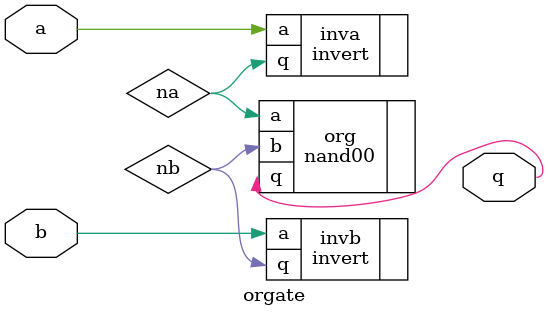
<source format=v>
`timescale 1ns/1ps
/*
Basic 2-input or gate
*/

module orgate(
        input a,
        input b,
        output q
    );
    wire na, nb;
    invert inva(
        .a(a),
        .q(na)
    );
    invert invb(
        .a(b),
        .q(nb)
    );
    nand00 org(
        .a(na),
        .b(nb),
        .q(q)
    );
endmodule
</source>
